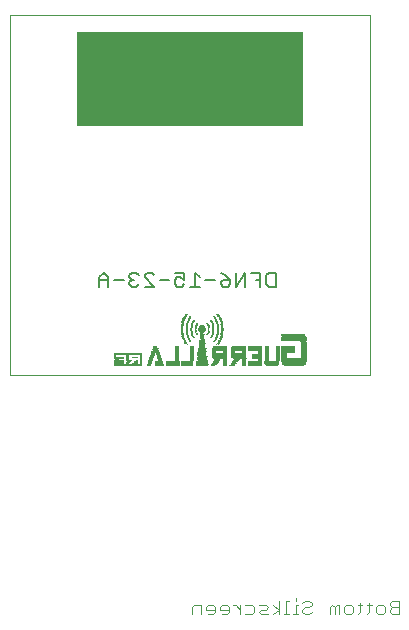
<source format=gbr>
G04 EAGLE Gerber RS-274X export*
G75*
%MOIN*%
%FSLAX34Y34*%
%LPD*%
%INSilkscreen Bottom*%
%IPPOS*%
%AMOC8*
5,1,8,0,0,1.08239X$1,22.5*%
G01*
%ADD10C,0.000000*%
%ADD11R,0.066000X0.002000*%
%ADD12R,0.038000X0.002000*%
%ADD13R,0.046000X0.002000*%
%ADD14R,0.014000X0.002000*%
%ADD15R,0.018000X0.002000*%
%ADD16R,0.012000X0.002000*%
%ADD17R,0.016000X0.002000*%
%ADD18R,0.042000X0.002000*%
%ADD19R,0.044000X0.002000*%
%ADD20R,0.030000X0.002000*%
%ADD21R,0.092000X0.002000*%
%ADD22R,0.074000X0.002000*%
%ADD23R,0.040000X0.002000*%
%ADD24R,0.078000X0.002000*%
%ADD25R,0.028000X0.002000*%
%ADD26R,0.080000X0.002000*%
%ADD27R,0.048000X0.002000*%
%ADD28R,0.006000X0.002000*%
%ADD29R,0.008000X0.002000*%
%ADD30R,0.032000X0.002000*%
%ADD31R,0.050000X0.002000*%
%ADD32R,0.026000X0.002000*%
%ADD33R,0.010000X0.002000*%
%ADD34R,0.082000X0.002000*%
%ADD35R,0.084000X0.002000*%
%ADD36R,0.024000X0.002000*%
%ADD37R,0.036000X0.002000*%
%ADD38R,0.034000X0.002000*%
%ADD39R,0.020000X0.002000*%
%ADD40R,0.022000X0.002000*%
%ADD41R,0.002000X0.002000*%
%ADD42R,0.004000X0.002000*%
%ADD43C,0.008000*%
%ADD44C,0.004000*%
%ADD45R,0.753000X0.313000*%


D10*
X0Y0D02*
X12000Y0D01*
X12000Y12000D01*
X0Y12000D01*
X0Y0D01*
D11*
X9480Y300D03*
D12*
X8740Y300D03*
D13*
X8180Y300D03*
D14*
X7820Y300D03*
D15*
X7420Y300D03*
D16*
X7190Y300D03*
D17*
X6790Y300D03*
D18*
X6420Y300D03*
X5920Y300D03*
D19*
X5430Y300D03*
D20*
X5000Y300D03*
D14*
X4640Y300D03*
D21*
X3950Y300D03*
D22*
X9480Y320D03*
D13*
X8740Y320D03*
X8180Y320D03*
D14*
X7820Y320D03*
D17*
X7430Y320D03*
D16*
X7190Y320D03*
D15*
X6800Y320D03*
D23*
X6430Y320D03*
D18*
X5920Y320D03*
D19*
X5430Y320D03*
D20*
X5000Y320D03*
D14*
X4640Y320D03*
D21*
X3950Y320D03*
D24*
X9480Y340D03*
D13*
X8740Y340D03*
X8180Y340D03*
D14*
X7820Y340D03*
D17*
X7450Y340D03*
D16*
X7190Y340D03*
D15*
X6820Y340D03*
D12*
X6420Y340D03*
D18*
X5920Y340D03*
D19*
X5430Y340D03*
D25*
X4990Y340D03*
D14*
X4640Y340D03*
D21*
X3950Y340D03*
D26*
X9470Y360D03*
D27*
X8730Y360D03*
D13*
X8180Y360D03*
D14*
X7820Y360D03*
D15*
X7460Y360D03*
D16*
X7190Y360D03*
D17*
X6830Y360D03*
D12*
X6420Y360D03*
D18*
X5920Y360D03*
D19*
X5430Y360D03*
D25*
X4990Y360D03*
D14*
X4660Y360D03*
D28*
X4380Y360D03*
D15*
X4180Y360D03*
D29*
X3930Y360D03*
D30*
X3650Y360D03*
D26*
X9470Y380D03*
D31*
X8740Y380D03*
D13*
X8180Y380D03*
D14*
X7820Y380D03*
D17*
X7470Y380D03*
D16*
X7190Y380D03*
D15*
X6840Y380D03*
D12*
X6420Y380D03*
D18*
X5920Y380D03*
D19*
X5430Y380D03*
D32*
X4980Y380D03*
D14*
X4660Y380D03*
D28*
X4380Y380D03*
D17*
X4190Y380D03*
D33*
X3940Y380D03*
D30*
X3650Y380D03*
D34*
X9480Y400D03*
D31*
X8740Y400D03*
D13*
X8180Y400D03*
D14*
X7820Y400D03*
D17*
X7490Y400D03*
D16*
X7190Y400D03*
D15*
X6860Y400D03*
D12*
X6420Y400D03*
D18*
X5920Y400D03*
D19*
X5430Y400D03*
D32*
X4980Y400D03*
D16*
X4670Y400D03*
D28*
X4380Y400D03*
D14*
X4200Y400D03*
D16*
X3950Y400D03*
D30*
X3650Y400D03*
D35*
X9470Y420D03*
D31*
X8740Y420D03*
D13*
X8180Y420D03*
D14*
X7820Y420D03*
D15*
X7500Y420D03*
D16*
X7190Y420D03*
D17*
X6870Y420D03*
D12*
X6420Y420D03*
D18*
X5920Y420D03*
D19*
X5430Y420D03*
D32*
X4980Y420D03*
D14*
X4680Y420D03*
D28*
X4380Y420D03*
D16*
X4210Y420D03*
D14*
X3960Y420D03*
D30*
X3650Y420D03*
D35*
X9470Y440D03*
D31*
X8740Y440D03*
D13*
X8180Y440D03*
D14*
X7820Y440D03*
D15*
X7520Y440D03*
D16*
X7190Y440D03*
D15*
X6880Y440D03*
D12*
X6420Y440D03*
D18*
X5920Y440D03*
D19*
X5430Y440D03*
D36*
X4970Y440D03*
D14*
X4680Y440D03*
D28*
X4380Y440D03*
D33*
X4220Y440D03*
D17*
X3970Y440D03*
D30*
X3650Y440D03*
D35*
X9470Y460D03*
D16*
X8930Y460D03*
D14*
X8560Y460D03*
D16*
X8350Y460D03*
D14*
X7820Y460D03*
D17*
X7530Y460D03*
D16*
X7190Y460D03*
D15*
X6900Y460D03*
D37*
X6430Y460D03*
D16*
X6070Y460D03*
D14*
X5580Y460D03*
X5020Y460D03*
D16*
X4690Y460D03*
D28*
X4380Y460D03*
D29*
X4230Y460D03*
D15*
X3980Y460D03*
D30*
X3650Y460D03*
D35*
X9470Y480D03*
D16*
X8930Y480D03*
D14*
X8560Y480D03*
D16*
X8350Y480D03*
D14*
X7820Y480D03*
D15*
X7540Y480D03*
D16*
X7190Y480D03*
D17*
X6910Y480D03*
D37*
X6430Y480D03*
D16*
X6070Y480D03*
D14*
X5580Y480D03*
D17*
X5010Y480D03*
D14*
X4700Y480D03*
D28*
X4380Y480D03*
D33*
X3940Y480D03*
D17*
X3570Y480D03*
D35*
X9470Y500D03*
D16*
X8930Y500D03*
D14*
X8560Y500D03*
D16*
X8350Y500D03*
D14*
X7820Y500D03*
D15*
X7560Y500D03*
D16*
X7190Y500D03*
D15*
X6920Y500D03*
D38*
X6420Y500D03*
D16*
X6070Y500D03*
D14*
X5580Y500D03*
X5000Y500D03*
X4700Y500D03*
D28*
X4380Y500D03*
D33*
X3940Y500D03*
D17*
X3570Y500D03*
D35*
X9470Y520D03*
D16*
X8930Y520D03*
D14*
X8560Y520D03*
D16*
X8350Y520D03*
D14*
X7820Y520D03*
D17*
X7570Y520D03*
D16*
X7190Y520D03*
D15*
X6940Y520D03*
D38*
X6420Y520D03*
D16*
X6070Y520D03*
D14*
X5580Y520D03*
X5000Y520D03*
D16*
X4710Y520D03*
D28*
X4380Y520D03*
D33*
X3940Y520D03*
D17*
X3570Y520D03*
D15*
X9800Y540D03*
D39*
X9150Y540D03*
D16*
X8930Y540D03*
D14*
X8560Y540D03*
D30*
X8250Y540D03*
D13*
X7660Y540D03*
X7020Y540D03*
D38*
X6420Y540D03*
D16*
X6070Y540D03*
D14*
X5580Y540D03*
X4980Y540D03*
X4720Y540D03*
D28*
X4380Y540D03*
D33*
X3940Y540D03*
D30*
X3650Y540D03*
D15*
X9800Y560D03*
D39*
X9150Y560D03*
D16*
X8930Y560D03*
D14*
X8560Y560D03*
D30*
X8250Y560D03*
D31*
X7640Y560D03*
D27*
X7010Y560D03*
D38*
X6420Y560D03*
D16*
X6070Y560D03*
D14*
X5580Y560D03*
X4980Y560D03*
X4720Y560D03*
D28*
X4380Y560D03*
D39*
X4170Y560D03*
D33*
X3940Y560D03*
D30*
X3650Y560D03*
D15*
X9800Y580D03*
D39*
X9150Y580D03*
D16*
X8930Y580D03*
D14*
X8560Y580D03*
D30*
X8250Y580D03*
D31*
X7640Y580D03*
X7000Y580D03*
D38*
X6420Y580D03*
D16*
X6070Y580D03*
D14*
X5580Y580D03*
X4980Y580D03*
X4740Y580D03*
D28*
X4380Y580D03*
D39*
X4170Y580D03*
D33*
X3940Y580D03*
D30*
X3650Y580D03*
D15*
X9800Y600D03*
D39*
X9150Y600D03*
D16*
X8930Y600D03*
D14*
X8560Y600D03*
D30*
X8250Y600D03*
D31*
X7640Y600D03*
X7000Y600D03*
D30*
X6430Y600D03*
D16*
X6070Y600D03*
D14*
X5580Y600D03*
X4960Y600D03*
X4740Y600D03*
D28*
X4380Y600D03*
D33*
X3940Y600D03*
D28*
X3520Y600D03*
D15*
X9800Y620D03*
D39*
X9150Y620D03*
D16*
X8930Y620D03*
D14*
X8560Y620D03*
D30*
X8250Y620D03*
D31*
X7640Y620D03*
X7000Y620D03*
D20*
X6420Y620D03*
D16*
X6070Y620D03*
D14*
X5580Y620D03*
X4960Y620D03*
X4740Y620D03*
D28*
X4380Y620D03*
D33*
X3940Y620D03*
D28*
X3520Y620D03*
D15*
X9800Y640D03*
D39*
X9150Y640D03*
D16*
X8930Y640D03*
D14*
X8560Y640D03*
D30*
X8250Y640D03*
D31*
X7640Y640D03*
X7000Y640D03*
D20*
X6420Y640D03*
D16*
X6070Y640D03*
D14*
X5580Y640D03*
X4960Y640D03*
X4760Y640D03*
D28*
X4380Y640D03*
D33*
X3940Y640D03*
D28*
X3520Y640D03*
D15*
X9800Y660D03*
D39*
X9150Y660D03*
D16*
X8930Y660D03*
D14*
X8560Y660D03*
D30*
X8250Y660D03*
D31*
X7640Y660D03*
X7000Y660D03*
D20*
X6420Y660D03*
D16*
X6070Y660D03*
D14*
X5580Y660D03*
X4940Y660D03*
X4760Y660D03*
D21*
X3950Y660D03*
D15*
X9800Y680D03*
D39*
X9150Y680D03*
D16*
X8930Y680D03*
D14*
X8560Y680D03*
D30*
X8250Y680D03*
D31*
X7640Y680D03*
X7000Y680D03*
D20*
X6420Y680D03*
D16*
X6070Y680D03*
D14*
X5580Y680D03*
X4940Y680D03*
D16*
X4770Y680D03*
D21*
X3950Y680D03*
D15*
X9800Y700D03*
D39*
X9150Y700D03*
D16*
X8930Y700D03*
D14*
X8560Y700D03*
D16*
X8350Y700D03*
D31*
X7640Y700D03*
X7000Y700D03*
D20*
X6420Y700D03*
D16*
X6070Y700D03*
D14*
X5580Y700D03*
X4940Y700D03*
X4780Y700D03*
D21*
X3950Y700D03*
D15*
X9800Y720D03*
D39*
X9150Y720D03*
D16*
X8930Y720D03*
D14*
X8560Y720D03*
D16*
X8350Y720D03*
D14*
X7820Y720D03*
D16*
X7450Y720D03*
X7190Y720D03*
X6810Y720D03*
D20*
X6420Y720D03*
D16*
X6070Y720D03*
D14*
X5580Y720D03*
D25*
X4850Y720D03*
D15*
X9800Y740D03*
D19*
X9270Y740D03*
D16*
X8930Y740D03*
D14*
X8560Y740D03*
D16*
X8350Y740D03*
D14*
X7820Y740D03*
D16*
X7450Y740D03*
X7190Y740D03*
X6810Y740D03*
D20*
X6420Y740D03*
D16*
X6070Y740D03*
D14*
X5580Y740D03*
D32*
X4860Y740D03*
D15*
X9800Y760D03*
D19*
X9270Y760D03*
D16*
X8930Y760D03*
D14*
X8560Y760D03*
D16*
X8350Y760D03*
D14*
X7820Y760D03*
D16*
X7450Y760D03*
X7190Y760D03*
X6810Y760D03*
D25*
X6430Y760D03*
D16*
X6070Y760D03*
D14*
X5580Y760D03*
D36*
X4850Y760D03*
D15*
X9800Y780D03*
D19*
X9270Y780D03*
D16*
X8930Y780D03*
D14*
X8560Y780D03*
D16*
X8350Y780D03*
D14*
X7820Y780D03*
D16*
X7450Y780D03*
X7190Y780D03*
X6810Y780D03*
D32*
X6420Y780D03*
D16*
X6070Y780D03*
D14*
X5580Y780D03*
D36*
X4850Y780D03*
D15*
X9800Y800D03*
D19*
X9270Y800D03*
D16*
X8930Y800D03*
D14*
X8560Y800D03*
D13*
X8180Y800D03*
D31*
X7640Y800D03*
X7000Y800D03*
D32*
X6420Y800D03*
D16*
X6070Y800D03*
D14*
X5580Y800D03*
D40*
X4860Y800D03*
D15*
X9800Y820D03*
D19*
X9270Y820D03*
D16*
X8930Y820D03*
D14*
X8560Y820D03*
D13*
X8180Y820D03*
D31*
X7640Y820D03*
X7000Y820D03*
D32*
X6420Y820D03*
D16*
X6070Y820D03*
D14*
X5580Y820D03*
D39*
X4850Y820D03*
D15*
X9800Y840D03*
D19*
X9270Y840D03*
D16*
X8930Y840D03*
D14*
X8560Y840D03*
D13*
X8180Y840D03*
D31*
X7640Y840D03*
X7000Y840D03*
D32*
X6420Y840D03*
D16*
X6070Y840D03*
D14*
X5580Y840D03*
D39*
X4850Y840D03*
D15*
X9800Y860D03*
D19*
X9270Y860D03*
D16*
X8930Y860D03*
D14*
X8560Y860D03*
D13*
X8180Y860D03*
D31*
X7640Y860D03*
X7000Y860D03*
D32*
X6420Y860D03*
D16*
X6070Y860D03*
D14*
X5580Y860D03*
D15*
X4860Y860D03*
X9800Y880D03*
D19*
X9270Y880D03*
D16*
X8930Y880D03*
D14*
X8560Y880D03*
D13*
X8180Y880D03*
D31*
X7640Y880D03*
X7000Y880D03*
D36*
X6430Y880D03*
D16*
X6070Y880D03*
D14*
X5580Y880D03*
D17*
X4850Y880D03*
D15*
X9800Y900D03*
D19*
X9270Y900D03*
D16*
X8930Y900D03*
D14*
X8560Y900D03*
D13*
X8180Y900D03*
D31*
X7640Y900D03*
D27*
X7010Y900D03*
D40*
X6420Y900D03*
D16*
X6070Y900D03*
D14*
X5580Y900D03*
D17*
X4850Y900D03*
D15*
X9800Y920D03*
D19*
X9270Y920D03*
D16*
X8930Y920D03*
D14*
X8560Y920D03*
D13*
X8180Y920D03*
D27*
X7650Y920D03*
X7010Y920D03*
D40*
X6420Y920D03*
D16*
X6070Y920D03*
D14*
X5580Y920D03*
D16*
X4850Y920D03*
D15*
X9800Y940D03*
D40*
X6420Y940D03*
D15*
X9800Y960D03*
D40*
X6420Y960D03*
D15*
X9800Y980D03*
D40*
X6420Y980D03*
D15*
X9800Y1000D03*
D41*
X6960Y1000D03*
X6920Y1000D03*
D40*
X6420Y1000D03*
D41*
X5940Y1000D03*
D15*
X9800Y1020D03*
D29*
X6950Y1020D03*
D40*
X6420Y1020D03*
D29*
X5890Y1020D03*
D15*
X9800Y1040D03*
D29*
X6970Y1040D03*
D39*
X6430Y1040D03*
D33*
X5880Y1040D03*
D15*
X9800Y1060D03*
D29*
X6970Y1060D03*
D15*
X6420Y1060D03*
D29*
X5870Y1060D03*
D15*
X9800Y1080D03*
D29*
X6990Y1080D03*
D15*
X6420Y1080D03*
D29*
X5850Y1080D03*
D39*
X9790Y1100D03*
D33*
X7000Y1100D03*
D28*
X6820Y1100D03*
D15*
X6420Y1100D03*
D28*
X6020Y1100D03*
D29*
X5850Y1100D03*
D35*
X9470Y1120D03*
D29*
X7010Y1120D03*
X6830Y1120D03*
D15*
X6420Y1120D03*
D29*
X6010Y1120D03*
X5830Y1120D03*
D35*
X9470Y1140D03*
D33*
X7020Y1140D03*
D29*
X6850Y1140D03*
D15*
X6420Y1140D03*
D28*
X6000Y1140D03*
D29*
X5830Y1140D03*
D35*
X9470Y1160D03*
D29*
X7030Y1160D03*
D28*
X6860Y1160D03*
D17*
X6430Y1160D03*
D29*
X5990Y1160D03*
X5810Y1160D03*
D35*
X9470Y1180D03*
D29*
X7030Y1180D03*
X6870Y1180D03*
D17*
X6430Y1180D03*
D29*
X5970Y1180D03*
X5810Y1180D03*
D35*
X9470Y1200D03*
D33*
X7040Y1200D03*
D28*
X6880Y1200D03*
D14*
X6420Y1200D03*
D29*
X5970Y1200D03*
D33*
X5800Y1200D03*
D35*
X9470Y1220D03*
D29*
X7050Y1220D03*
X6890Y1220D03*
D42*
X6710Y1220D03*
D14*
X6420Y1220D03*
D28*
X6140Y1220D03*
D29*
X5950Y1220D03*
X5790Y1220D03*
D35*
X9470Y1240D03*
D33*
X7060Y1240D03*
D28*
X6900Y1240D03*
D42*
X6710Y1240D03*
D14*
X6420Y1240D03*
D42*
X6130Y1240D03*
D29*
X5950Y1240D03*
X5790Y1240D03*
D34*
X9460Y1260D03*
D33*
X7060Y1260D03*
D28*
X6900Y1260D03*
D42*
X6730Y1260D03*
D14*
X6420Y1260D03*
D42*
X6110Y1260D03*
D28*
X5940Y1260D03*
D33*
X5780Y1260D03*
D34*
X9460Y1280D03*
D29*
X7070Y1280D03*
X6910Y1280D03*
D28*
X6740Y1280D03*
D14*
X6420Y1280D03*
D42*
X6110Y1280D03*
D29*
X5930Y1280D03*
X5770Y1280D03*
D26*
X9450Y1300D03*
D29*
X7070Y1300D03*
D28*
X6920Y1300D03*
D42*
X6750Y1300D03*
D14*
X6420Y1300D03*
D42*
X6090Y1300D03*
D29*
X5930Y1300D03*
X5770Y1300D03*
D24*
X9440Y1320D03*
D33*
X7080Y1320D03*
D28*
X6920Y1320D03*
X6760Y1320D03*
D42*
X6590Y1320D03*
D16*
X6430Y1320D03*
D41*
X6260Y1320D03*
D42*
X6090Y1320D03*
D28*
X5920Y1320D03*
D29*
X5770Y1320D03*
D33*
X7080Y1340D03*
D29*
X6930Y1340D03*
D42*
X6770Y1340D03*
D41*
X6600Y1340D03*
D33*
X6420Y1340D03*
D42*
X6250Y1340D03*
D28*
X6080Y1340D03*
D29*
X5910Y1340D03*
D33*
X5760Y1340D03*
X7080Y1360D03*
D29*
X6930Y1360D03*
D42*
X6770Y1360D03*
X6610Y1360D03*
D33*
X6420Y1360D03*
D42*
X6230Y1360D03*
X6070Y1360D03*
D29*
X5910Y1360D03*
D33*
X5760Y1360D03*
D29*
X7090Y1380D03*
X6930Y1380D03*
D28*
X6780Y1380D03*
D41*
X6620Y1380D03*
D33*
X6420Y1380D03*
D42*
X6230Y1380D03*
X6070Y1380D03*
D29*
X5910Y1380D03*
D33*
X5760Y1380D03*
D29*
X7090Y1400D03*
D28*
X6940Y1400D03*
X6780Y1400D03*
D42*
X6630Y1400D03*
D14*
X6420Y1400D03*
D41*
X6220Y1400D03*
D28*
X6060Y1400D03*
D29*
X5910Y1400D03*
X5750Y1400D03*
X7090Y1420D03*
D28*
X6940Y1420D03*
X6780Y1420D03*
D42*
X6630Y1420D03*
D15*
X6420Y1420D03*
D42*
X6210Y1420D03*
D28*
X6060Y1420D03*
X5900Y1420D03*
D29*
X5750Y1420D03*
X7090Y1440D03*
D28*
X6940Y1440D03*
D42*
X6790Y1440D03*
X6630Y1440D03*
D40*
X6420Y1440D03*
D42*
X6210Y1440D03*
D28*
X6060Y1440D03*
X5900Y1440D03*
D29*
X5750Y1440D03*
X7090Y1460D03*
X6950Y1460D03*
D42*
X6790Y1460D03*
D41*
X6640Y1460D03*
D40*
X6420Y1460D03*
D42*
X6210Y1460D03*
X6050Y1460D03*
D28*
X5900Y1460D03*
D29*
X5750Y1460D03*
D33*
X7100Y1480D03*
D29*
X6950Y1480D03*
D42*
X6790Y1480D03*
D41*
X6640Y1480D03*
D32*
X6420Y1480D03*
D42*
X6210Y1480D03*
X6050Y1480D03*
D28*
X5900Y1480D03*
D29*
X5750Y1480D03*
D33*
X7100Y1500D03*
D29*
X6950Y1500D03*
D42*
X6790Y1500D03*
D41*
X6640Y1500D03*
D32*
X6420Y1500D03*
D41*
X6200Y1500D03*
D42*
X6050Y1500D03*
D28*
X5900Y1500D03*
D29*
X5750Y1500D03*
D33*
X7100Y1520D03*
D29*
X6950Y1520D03*
D42*
X6790Y1520D03*
D41*
X6640Y1520D03*
D32*
X6420Y1520D03*
D41*
X6200Y1520D03*
D42*
X6050Y1520D03*
D28*
X5900Y1520D03*
D29*
X5750Y1520D03*
D33*
X7100Y1540D03*
D29*
X6950Y1540D03*
D42*
X6790Y1540D03*
D41*
X6640Y1540D03*
D32*
X6420Y1540D03*
D42*
X6210Y1540D03*
X6050Y1540D03*
D28*
X5900Y1540D03*
D29*
X5750Y1540D03*
X7090Y1560D03*
X6950Y1560D03*
D42*
X6790Y1560D03*
D41*
X6640Y1560D03*
D40*
X6420Y1560D03*
D42*
X6210Y1560D03*
D28*
X6060Y1560D03*
X5900Y1560D03*
D29*
X5750Y1560D03*
X7090Y1580D03*
D28*
X6940Y1580D03*
D42*
X6790Y1580D03*
X6630Y1580D03*
D40*
X6420Y1580D03*
D42*
X6210Y1580D03*
D28*
X6060Y1580D03*
X5900Y1580D03*
D29*
X5750Y1580D03*
X7090Y1600D03*
D28*
X6940Y1600D03*
D42*
X6790Y1600D03*
X6630Y1600D03*
D15*
X6420Y1600D03*
D42*
X6210Y1600D03*
D28*
X6060Y1600D03*
D29*
X5910Y1600D03*
X5750Y1600D03*
X7090Y1620D03*
D28*
X6940Y1620D03*
X6780Y1620D03*
D42*
X6630Y1620D03*
D14*
X6420Y1620D03*
D42*
X6210Y1620D03*
D28*
X6060Y1620D03*
D29*
X5910Y1620D03*
X5750Y1620D03*
X7090Y1640D03*
X6930Y1640D03*
D28*
X6780Y1640D03*
D41*
X6620Y1640D03*
D42*
X6230Y1640D03*
X6070Y1640D03*
D29*
X5910Y1640D03*
D33*
X5760Y1640D03*
X7080Y1660D03*
D29*
X6930Y1660D03*
D42*
X6770Y1660D03*
X6610Y1660D03*
X6230Y1660D03*
X6070Y1660D03*
D29*
X5910Y1660D03*
D33*
X5760Y1660D03*
X7080Y1680D03*
D29*
X6930Y1680D03*
D42*
X6770Y1680D03*
D41*
X6600Y1680D03*
D42*
X6250Y1680D03*
D28*
X6080Y1680D03*
X5920Y1680D03*
D33*
X5760Y1680D03*
D29*
X7070Y1700D03*
D28*
X6920Y1700D03*
X6760Y1700D03*
D42*
X6590Y1700D03*
X6250Y1700D03*
X6090Y1700D03*
D28*
X5920Y1700D03*
D29*
X5770Y1700D03*
X7070Y1720D03*
D28*
X6920Y1720D03*
D42*
X6750Y1720D03*
D28*
X6100Y1720D03*
D29*
X5930Y1720D03*
X5770Y1720D03*
X7070Y1740D03*
X6910Y1740D03*
D28*
X6740Y1740D03*
D42*
X6110Y1740D03*
D29*
X5930Y1740D03*
D33*
X5780Y1740D03*
X7060Y1760D03*
D29*
X6910Y1760D03*
D42*
X6730Y1760D03*
D28*
X6120Y1760D03*
X5940Y1760D03*
D33*
X5780Y1760D03*
X7060Y1780D03*
D29*
X6890Y1780D03*
D42*
X6710Y1780D03*
X6130Y1780D03*
D29*
X5950Y1780D03*
X5790Y1780D03*
X7050Y1800D03*
X6890Y1800D03*
D42*
X6710Y1800D03*
X6150Y1800D03*
D28*
X5960Y1800D03*
D33*
X5800Y1800D03*
X7040Y1820D03*
D28*
X6880Y1820D03*
D29*
X5970Y1820D03*
D33*
X5800Y1820D03*
D29*
X7030Y1840D03*
X6870Y1840D03*
D28*
X5980Y1840D03*
D29*
X5810Y1840D03*
X7030Y1860D03*
X6850Y1860D03*
X5990Y1860D03*
D33*
X5820Y1860D03*
D29*
X7010Y1880D03*
D28*
X6840Y1880D03*
X6000Y1880D03*
D29*
X5830Y1880D03*
X7010Y1900D03*
X6830Y1900D03*
X6010Y1900D03*
D33*
X5840Y1900D03*
D29*
X6990Y1920D03*
D28*
X6820Y1920D03*
X6020Y1920D03*
D29*
X5850Y1920D03*
D33*
X6980Y1940D03*
X5860Y1940D03*
D29*
X6970Y1960D03*
X5870Y1960D03*
D33*
X6960Y1980D03*
D29*
X5890Y1980D03*
D33*
X6940Y2000D03*
X5900Y2000D03*
D43*
X8860Y2940D02*
X8860Y3410D01*
X8860Y2940D02*
X8625Y2940D01*
X8546Y3018D01*
X8546Y3332D01*
X8625Y3410D01*
X8860Y3410D01*
X8354Y3410D02*
X8354Y2940D01*
X8354Y3410D02*
X8040Y3410D01*
X8197Y3175D02*
X8354Y3175D01*
X7847Y2940D02*
X7847Y3410D01*
X7534Y2940D01*
X7534Y3410D01*
X7184Y3332D02*
X7027Y3410D01*
X7184Y3332D02*
X7341Y3175D01*
X7341Y3018D01*
X7262Y2940D01*
X7106Y2940D01*
X7027Y3018D01*
X7027Y3097D01*
X7106Y3175D01*
X7341Y3175D01*
X6834Y3175D02*
X6521Y3175D01*
X6328Y3254D02*
X6171Y3410D01*
X6171Y2940D01*
X6328Y2940D02*
X6014Y2940D01*
X5821Y3410D02*
X5508Y3410D01*
X5821Y3410D02*
X5821Y3175D01*
X5665Y3254D01*
X5586Y3254D01*
X5508Y3175D01*
X5508Y3018D01*
X5586Y2940D01*
X5743Y2940D01*
X5821Y3018D01*
X5315Y3175D02*
X5001Y3175D01*
X4809Y2940D02*
X4495Y2940D01*
X4809Y2940D02*
X4495Y3254D01*
X4495Y3332D01*
X4573Y3410D01*
X4730Y3410D01*
X4809Y3332D01*
X4302Y3332D02*
X4224Y3410D01*
X4067Y3410D01*
X3989Y3332D01*
X3989Y3254D01*
X4067Y3175D01*
X4145Y3175D01*
X4067Y3175D02*
X3989Y3097D01*
X3989Y3018D01*
X4067Y2940D01*
X4224Y2940D01*
X4302Y3018D01*
X3796Y3175D02*
X3482Y3175D01*
X3289Y3254D02*
X3289Y2940D01*
X3289Y3254D02*
X3132Y3410D01*
X2976Y3254D01*
X2976Y2940D01*
X2976Y3175D02*
X3289Y3175D01*
D44*
X12980Y-7520D02*
X12980Y-7980D01*
X12980Y-7520D02*
X12750Y-7520D01*
X12673Y-7596D01*
X12673Y-7673D01*
X12750Y-7750D01*
X12673Y-7827D01*
X12673Y-7903D01*
X12750Y-7980D01*
X12980Y-7980D01*
X12980Y-7750D02*
X12750Y-7750D01*
X12443Y-7980D02*
X12289Y-7980D01*
X12213Y-7903D01*
X12213Y-7750D01*
X12289Y-7673D01*
X12443Y-7673D01*
X12520Y-7750D01*
X12520Y-7903D01*
X12443Y-7980D01*
X11982Y-7903D02*
X11982Y-7596D01*
X11982Y-7903D02*
X11906Y-7980D01*
X11906Y-7673D02*
X12059Y-7673D01*
X11676Y-7596D02*
X11676Y-7903D01*
X11599Y-7980D01*
X11599Y-7673D02*
X11752Y-7673D01*
X11369Y-7980D02*
X11215Y-7980D01*
X11138Y-7903D01*
X11138Y-7750D01*
X11215Y-7673D01*
X11369Y-7673D01*
X11445Y-7750D01*
X11445Y-7903D01*
X11369Y-7980D01*
X10985Y-7980D02*
X10985Y-7673D01*
X10908Y-7673D01*
X10832Y-7750D01*
X10832Y-7980D01*
X10832Y-7750D02*
X10755Y-7673D01*
X10678Y-7750D01*
X10678Y-7980D01*
X9834Y-7520D02*
X9757Y-7596D01*
X9834Y-7520D02*
X9987Y-7520D01*
X10064Y-7596D01*
X10064Y-7673D01*
X9987Y-7750D01*
X9834Y-7750D01*
X9757Y-7827D01*
X9757Y-7903D01*
X9834Y-7980D01*
X9987Y-7980D01*
X10064Y-7903D01*
X9604Y-7673D02*
X9527Y-7673D01*
X9527Y-7980D01*
X9604Y-7980D02*
X9450Y-7980D01*
X9527Y-7520D02*
X9527Y-7443D01*
X9297Y-7520D02*
X9220Y-7520D01*
X9220Y-7980D01*
X9297Y-7980D02*
X9143Y-7980D01*
X8990Y-7980D02*
X8990Y-7520D01*
X8990Y-7827D02*
X8760Y-7980D01*
X8990Y-7827D02*
X8760Y-7673D01*
X8606Y-7980D02*
X8376Y-7980D01*
X8299Y-7903D01*
X8376Y-7827D01*
X8530Y-7827D01*
X8606Y-7750D01*
X8530Y-7673D01*
X8299Y-7673D01*
X8069Y-7673D02*
X7839Y-7673D01*
X8069Y-7673D02*
X8146Y-7750D01*
X8146Y-7903D01*
X8069Y-7980D01*
X7839Y-7980D01*
X7685Y-7980D02*
X7685Y-7673D01*
X7532Y-7673D02*
X7685Y-7827D01*
X7532Y-7673D02*
X7455Y-7673D01*
X7225Y-7980D02*
X7072Y-7980D01*
X7225Y-7980D02*
X7302Y-7903D01*
X7302Y-7750D01*
X7225Y-7673D01*
X7072Y-7673D01*
X6995Y-7750D01*
X6995Y-7827D01*
X7302Y-7827D01*
X6765Y-7980D02*
X6611Y-7980D01*
X6765Y-7980D02*
X6841Y-7903D01*
X6841Y-7750D01*
X6765Y-7673D01*
X6611Y-7673D01*
X6535Y-7750D01*
X6535Y-7827D01*
X6841Y-7827D01*
X6381Y-7980D02*
X6381Y-7673D01*
X6151Y-7673D01*
X6074Y-7750D01*
X6074Y-7980D01*
D45*
X5995Y9875D03*
D10*
X0Y8000D02*
X0Y3600D01*
X12000Y3600D02*
X12000Y8000D01*
M02*

</source>
